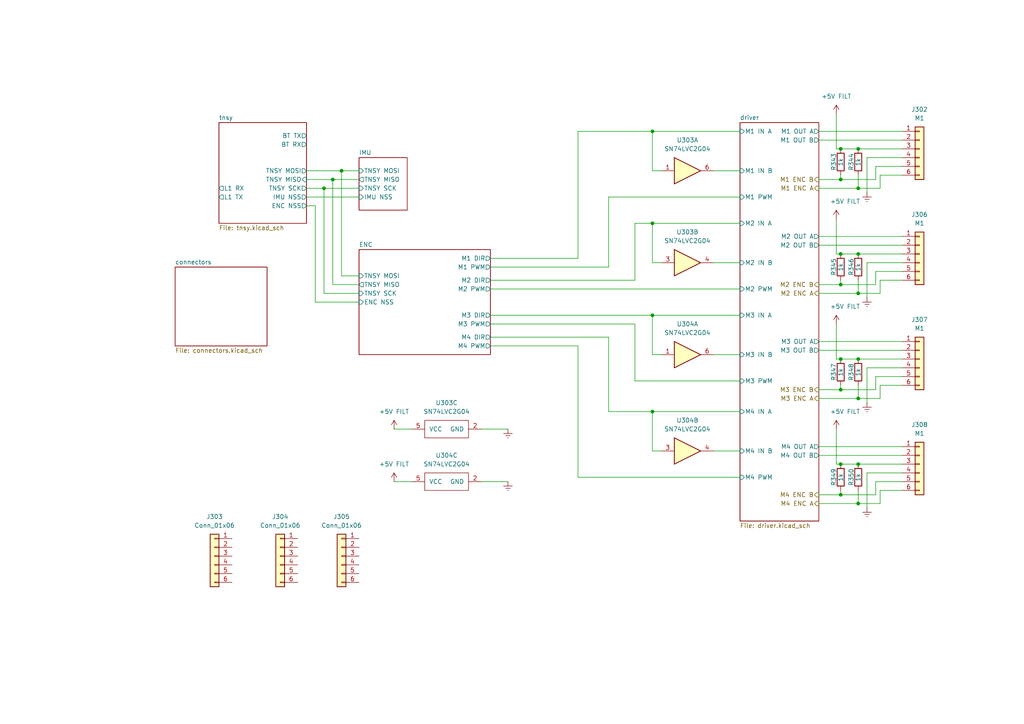
<source format=kicad_sch>
(kicad_sch (version 20231120) (generator "eeschema") (generator_version "8.0")
  (paper "A4")
  (lib_symbols
    (symbol "Connector_Generic:Conn_01x06" (pin_names (offset 1.016) hide)
      (property "Reference" "J" (at 0 7.62 0))
      (property "Value" "Conn_01x06" (at 0 -10.16 0))
      (symbol "Conn_01x06_1_1"
        (rectangle (start -1.27 -7.493) (end 0 -7.747) (stroke (width 0.1524)))
        (rectangle (start -1.27 -4.953) (end 0 -5.207) (stroke (width 0.1524)))
        (rectangle (start -1.27 -2.413) (end 0 -2.667) (stroke (width 0.1524)))
        (rectangle (start -1.27 0.127) (end 0 -0.127) (stroke (width 0.1524)))
        (rectangle (start -1.27 2.667) (end 0 2.413) (stroke (width 0.1524)))
        (rectangle (start -1.27 5.207) (end 0 4.953) (stroke (width 0.1524)))
        (rectangle (start -1.27 6.35) (end 1.27 -8.89) (stroke (width 0.254)) (fill (type background)))
        (pin passive line (at -5.08 5.08 0) (length 3.81) (name "Pin_1") (number "1"))
        (pin passive line (at -5.08 2.54 0) (length 3.81) (name "Pin_2") (number "2"))
        (pin passive line (at -5.08 0 0) (length 3.81) (name "Pin_3") (number "3"))
        (pin passive line (at -5.08 -2.54 0) (length 3.81) (name "Pin_4") (number "4"))
        (pin passive line (at -5.08 -5.08 0) (length 3.81) (name "Pin_5") (number "5"))
        (pin passive line (at -5.08 -7.62 0) (length 3.81) (name "Pin_6") (number "6"))
      )
    )
    (symbol "Device:R" (pin_numbers hide) (pin_names (offset 0))
      (property "Reference" "R" (at 2.032 0 90))
      (property "Value" "R" (at 0 0 90))
      (symbol "R_0_1"
        (rectangle (start -1.016 -2.54) (end 1.016 2.54) (stroke (width 0.254)))
      )
      (symbol "R_1_1"
        (pin passive line (at 0 3.81 270) (length 1.27) (name "~") (number "1"))
        (pin passive line (at 0 -3.81 90) (length 1.27) (name "~") (number "2"))
      )
    )
    (symbol "power:+5V" (power) (pin_numbers hide) (pin_names (offset 0) hide)
      (property "Value" "+5V" (at 0 3.556 0))
      (symbol "+5V_0_1"
        (polyline (pts (xy -0.762 1.27) (xy 0 2.54)))
        (polyline (pts (xy 0 0) (xy 0 2.54)))
        (polyline (pts (xy 0 2.54) (xy 0.762 1.27)))
      )
      (symbol "+5V_1_1"
        (pin power_in line (at 0 0 90) (length 0) (name "~") (number "1"))
      )
    )
    (symbol "power:GNDREF" (power) (pin_numbers hide) (pin_names (offset 0) hide)
      (property "Value" "GNDREF" (at 0 -3.81 0))
      (symbol "GNDREF_0_1"
        (polyline (pts (xy -0.635 -1.905) (xy 0.635 -1.905)))
        (polyline (pts (xy -0.127 -2.54) (xy 0.127 -2.54)))
        (polyline (pts (xy 0 -1.27) (xy 0 0)))
        (polyline (pts (xy 1.27 -1.27) (xy -1.27 -1.27)))
      )
      (symbol "GNDREF_1_1"
        (pin power_in line (at 0 0 270) (length 0) (name "~") (number "1"))
      )
    )
    (symbol "vincent:SN74LVC2G04" (pin_names (offset 1.27))
      (property "Reference" "U" (at 0 5.588 0))
      (property "Value" "SN74LVC2G04" (at 0 3.556 0))
      (symbol "SN74LVC2G04_1_0"
        (polyline (pts (xy -2.54 3.81) (xy -2.54 -3.81) (xy 5.08 0) (xy -2.54 3.81)) (stroke (width 0.254)) (fill (type background)))
        (pin input line (at -6.35 0 0) (length 3.81) (name "~") (number "1"))
        (pin open_collector line (at 8.89 0 180) (length 3.81) (name "~") (number "6"))
      )
      (symbol "SN74LVC2G04_2_0"
        (polyline (pts (xy -2.54 3.81) (xy -2.54 -3.81) (xy 5.08 0) (xy -2.54 3.81)) (stroke (width 0.254)) (fill (type background)))
        (pin input line (at -6.35 0 0) (length 3.81) (name "~") (number "3"))
        (pin open_collector line (at 8.89 0 180) (length 3.81) (name "~") (number "4"))
      )
      (symbol "SN74LVC2G04_3_0"
        (pin power_in line (at 10.16 0 180) (length 3.81) (name "GND") (number "2"))
        (pin power_in line (at -10.16 0 0) (length 3.81) (name "VCC") (number "5"))
      )
      (symbol "SN74LVC2G04_3_1"
        (rectangle (start -6.35 2.54) (end 6.35 -2.54))
      )
    )
  )
  (junction (at 248.92 104.14))
  (junction (at 243.84 134.62))
  (junction (at 189.23 119.38))
  (junction (at 248.92 146.05))
  (junction (at 248.92 134.62))
  (junction (at 243.84 82.55))
  (junction (at 248.92 43.18))
  (junction (at 248.92 54.61))
  (junction (at 243.84 104.14))
  (junction (at 248.92 115.57))
  (junction (at 189.23 64.77))
  (junction (at 93.98 54.61))
  (junction (at 189.23 91.44))
  (junction (at 243.84 73.66))
  (junction (at 243.84 113.03))
  (junction (at 248.92 73.66))
  (junction (at 248.92 85.09))
  (junction (at 96.52 52.07))
  (junction (at 243.84 143.51))
  (junction (at 243.84 43.18))
  (junction (at 243.84 52.07))
  (junction (at 99.06 49.53))
  (junction (at 189.23 38.1))
  (wire (pts (xy 243.84 143.51) (xy 254 143.51)))
  (wire (pts (xy 248.92 115.57) (xy 255.27 115.57)))
  (wire (pts (xy 104.14 85.09) (xy 93.98 85.09)))
  (wire (pts (xy 255.27 81.28) (xy 261.62 81.28)))
  (wire (pts (xy 184.15 81.28) (xy 142.24 81.28)))
  (wire (pts (xy 207.01 76.2) (xy 214.63 76.2)))
  (wire (pts (xy 237.49 113.03) (xy 243.84 113.03)))
  (wire (pts (xy 184.15 110.49) (xy 184.15 93.98)))
  (wire (pts (xy 254 48.26) (xy 261.62 48.26)))
  (wire (pts (xy 248.92 43.18) (xy 243.84 43.18)))
  (wire (pts (xy 176.53 57.15) (xy 214.63 57.15)))
  (wire (pts (xy 147.32 124.46) (xy 139.7 124.46)))
  (wire (pts (xy 184.15 64.77) (xy 184.15 81.28)))
  (wire (pts (xy 248.92 50.8) (xy 248.92 54.61)))
  (wire (pts (xy 254 82.55) (xy 254 78.74)))
  (wire (pts (xy 96.52 52.07) (xy 104.14 52.07)))
  (wire (pts (xy 243.84 52.07) (xy 254 52.07)))
  (wire (pts (xy 114.3 124.46) (xy 119.38 124.46)))
  (wire (pts (xy 248.92 134.62) (xy 243.84 134.62)))
  (wire (pts (xy 248.92 111.76) (xy 248.92 115.57)))
  (wire (pts (xy 237.49 82.55) (xy 243.84 82.55)))
  (wire (pts (xy 189.23 119.38) (xy 176.53 119.38)))
  (wire (pts (xy 176.53 57.15) (xy 176.53 77.47)))
  (wire (pts (xy 104.14 80.01) (xy 99.06 80.01)))
  (wire (pts (xy 184.15 93.98) (xy 142.24 93.98)))
  (wire (pts (xy 243.84 50.8) (xy 243.84 52.07)))
  (wire (pts (xy 248.92 81.28) (xy 248.92 85.09)))
  (wire (pts (xy 189.23 119.38) (xy 214.63 119.38)))
  (wire (pts (xy 248.92 104.14) (xy 243.84 104.14)))
  (wire (pts (xy 142.24 74.93) (xy 167.64 74.93)))
  (wire (pts (xy 243.84 73.66) (xy 242.57 73.66)))
  (wire (pts (xy 255.27 85.09) (xy 255.27 81.28)))
  (wire (pts (xy 88.9 52.07) (xy 96.52 52.07)))
  (wire (pts (xy 93.98 85.09) (xy 93.98 54.61)))
  (wire (pts (xy 176.53 97.79) (xy 142.24 97.79)))
  (wire (pts (xy 255.27 111.76) (xy 261.62 111.76)))
  (wire (pts (xy 248.92 146.05) (xy 255.27 146.05)))
  (wire (pts (xy 243.84 82.55) (xy 254 82.55)))
  (wire (pts (xy 255.27 50.8) (xy 261.62 50.8)))
  (wire (pts (xy 114.3 139.7) (xy 119.38 139.7)))
  (wire (pts (xy 251.46 55.88) (xy 251.46 45.72)))
  (wire (pts (xy 191.77 49.53) (xy 189.23 49.53)))
  (wire (pts (xy 167.64 138.43) (xy 214.63 138.43)))
  (wire (pts (xy 242.57 93.98) (xy 242.57 104.14)))
  (wire (pts (xy 104.14 82.55) (xy 96.52 82.55)))
  (wire (pts (xy 255.27 54.61) (xy 255.27 50.8)))
  (wire (pts (xy 261.62 129.54) (xy 237.49 129.54)))
  (wire (pts (xy 189.23 130.81) (xy 189.23 119.38)))
  (wire (pts (xy 189.23 49.53) (xy 189.23 38.1)))
  (wire (pts (xy 189.23 38.1) (xy 214.63 38.1)))
  (wire (pts (xy 243.84 43.18) (xy 242.57 43.18)))
  (wire (pts (xy 237.49 115.57) (xy 248.92 115.57)))
  (wire (pts (xy 261.62 132.08) (xy 237.49 132.08)))
  (wire (pts (xy 207.01 130.81) (xy 214.63 130.81)))
  (wire (pts (xy 191.77 102.87) (xy 189.23 102.87)))
  (wire (pts (xy 243.84 111.76) (xy 243.84 113.03)))
  (wire (pts (xy 167.64 74.93) (xy 167.64 38.1)))
  (wire (pts (xy 167.64 38.1) (xy 189.23 38.1)))
  (wire (pts (xy 261.62 104.14) (xy 248.92 104.14)))
  (wire (pts (xy 167.64 100.33) (xy 167.64 138.43)))
  (wire (pts (xy 237.49 71.12) (xy 261.62 71.12)))
  (wire (pts (xy 248.92 142.24) (xy 248.92 146.05)))
  (wire (pts (xy 261.62 106.68) (xy 251.46 106.68)))
  (wire (pts (xy 147.32 139.7) (xy 139.7 139.7)))
  (wire (pts (xy 189.23 76.2) (xy 189.23 64.77)))
  (wire (pts (xy 237.49 54.61) (xy 248.92 54.61)))
  (wire (pts (xy 261.62 137.16) (xy 251.46 137.16)))
  (wire (pts (xy 207.01 49.53) (xy 214.63 49.53)))
  (wire (pts (xy 88.9 49.53) (xy 99.06 49.53)))
  (wire (pts (xy 255.27 146.05) (xy 255.27 142.24)))
  (wire (pts (xy 261.62 99.06) (xy 237.49 99.06)))
  (wire (pts (xy 242.57 63.5) (xy 242.57 73.66)))
  (wire (pts (xy 243.84 134.62) (xy 242.57 134.62)))
  (wire (pts (xy 254 139.7) (xy 261.62 139.7)))
  (wire (pts (xy 207.01 102.87) (xy 214.63 102.87)))
  (wire (pts (xy 176.53 77.47) (xy 142.24 77.47)))
  (wire (pts (xy 191.77 130.81) (xy 189.23 130.81)))
  (wire (pts (xy 251.46 116.84) (xy 251.46 106.68)))
  (wire (pts (xy 261.62 73.66) (xy 248.92 73.66)))
  (wire (pts (xy 184.15 110.49) (xy 214.63 110.49)))
  (wire (pts (xy 191.77 76.2) (xy 189.23 76.2)))
  (wire (pts (xy 243.84 81.28) (xy 243.84 82.55)))
  (wire (pts (xy 243.84 142.24) (xy 243.84 143.51)))
  (wire (pts (xy 176.53 119.38) (xy 176.53 97.79)))
  (wire (pts (xy 88.9 57.15) (xy 104.14 57.15)))
  (wire (pts (xy 189.23 91.44) (xy 214.63 91.44)))
  (wire (pts (xy 189.23 102.87) (xy 189.23 91.44)))
  (wire (pts (xy 261.62 43.18) (xy 248.92 43.18)))
  (wire (pts (xy 261.62 101.6) (xy 237.49 101.6)))
  (wire (pts (xy 248.92 85.09) (xy 255.27 85.09)))
  (wire (pts (xy 237.49 40.64) (xy 261.62 40.64)))
  (wire (pts (xy 189.23 64.77) (xy 214.63 64.77)))
  (wire (pts (xy 254 52.07) (xy 254 48.26)))
  (wire (pts (xy 261.62 45.72) (xy 251.46 45.72)))
  (wire (pts (xy 248.92 73.66) (xy 243.84 73.66)))
  (wire (pts (xy 254 109.22) (xy 261.62 109.22)))
  (wire (pts (xy 261.62 76.2) (xy 251.46 76.2)))
  (wire (pts (xy 254 143.51) (xy 254 139.7)))
  (wire (pts (xy 255.27 115.57) (xy 255.27 111.76)))
  (wire (pts (xy 91.44 59.69) (xy 91.44 87.63)))
  (wire (pts (xy 142.24 83.82) (xy 214.63 83.82)))
  (wire (pts (xy 91.44 87.63) (xy 104.14 87.63)))
  (wire (pts (xy 243.84 113.03) (xy 254 113.03)))
  (wire (pts (xy 254 78.74) (xy 261.62 78.74)))
  (wire (pts (xy 248.92 54.61) (xy 255.27 54.61)))
  (wire (pts (xy 99.06 49.53) (xy 104.14 49.53)))
  (wire (pts (xy 96.52 82.55) (xy 96.52 52.07)))
  (wire (pts (xy 261.62 134.62) (xy 248.92 134.62)))
  (wire (pts (xy 242.57 33.02) (xy 242.57 43.18)))
  (wire (pts (xy 237.49 38.1) (xy 261.62 38.1)))
  (wire (pts (xy 88.9 54.61) (xy 93.98 54.61)))
  (wire (pts (xy 99.06 80.01) (xy 99.06 49.53)))
  (wire (pts (xy 243.84 104.14) (xy 242.57 104.14)))
  (wire (pts (xy 237.49 143.51) (xy 243.84 143.51)))
  (wire (pts (xy 142.24 100.33) (xy 167.64 100.33)))
  (wire (pts (xy 237.49 68.58) (xy 261.62 68.58)))
  (wire (pts (xy 255.27 142.24) (xy 261.62 142.24)))
  (wire (pts (xy 237.49 146.05) (xy 248.92 146.05)))
  (wire (pts (xy 142.24 91.44) (xy 189.23 91.44)))
  (wire (pts (xy 242.57 124.46) (xy 242.57 134.62)))
  (wire (pts (xy 189.23 64.77) (xy 184.15 64.77)))
  (wire (pts (xy 93.98 54.61) (xy 104.14 54.61)))
  (wire (pts (xy 251.46 86.36) (xy 251.46 76.2)))
  (wire (pts (xy 251.46 147.32) (xy 251.46 137.16)))
  (wire (pts (xy 237.49 85.09) (xy 248.92 85.09)))
  (wire (pts (xy 254 113.03) (xy 254 109.22)))
  (wire (pts (xy 237.49 52.07) (xy 243.84 52.07)))
  (wire (pts (xy 88.9 59.69) (xy 91.44 59.69)))
  (hierarchical_label "M1 ENC A" (shape output) (at 237.49 54.61 180))
  (hierarchical_label "M2 ENC B" (shape output) (at 237.49 82.55 180))
  (hierarchical_label "M4 ENC A" (shape output) (at 237.49 146.05 180))
  (hierarchical_label "M1 ENC B" (shape output) (at 237.49 52.07 180))
  (hierarchical_label "M3 ENC B" (shape output) (at 237.49 113.03 180))
  (hierarchical_label "M3 ENC A" (shape output) (at 237.49 115.57 180))
  (hierarchical_label "M2 ENC A" (shape output) (at 237.49 85.09 180))
  (hierarchical_label "M4 ENC B" (shape output) (at 237.49 143.51 180))
  (symbol (lib_id "power:GNDREF") (at 147.32 124.46 0) (unit 1)
    (property "Reference" "#PWR0350" (effects (hide yes)))
    (property "Value" "GNDREF" (effects (hide yes)))
    (property "Description" "Power symbol creates a global label with name \"GNDREF\" , reference supply ground" (effects (hide yes)))
  )
  (symbol (lib_id "Device:R") (at 248.92 138.43 0) (unit 1)
    (property "Reference" "R350" (at 246.888 140.97 90) (effects (justify left)))
    (property "Value" "1k" (at 248.92 139.7 90) (effects (justify left)))
    (property "Footprint" "Library:res0603" (effects (hide yes)))
    (property "Description" "Resistor" (effects (hide yes)))
  )
  (symbol (lib_id "Device:R") (at 243.84 77.47 0) (unit 1)
    (property "Reference" "R345" (at 241.808 80.01 90) (effects (justify left)))
    (property "Value" "1k" (at 243.84 78.74 90) (effects (justify left)))
    (property "Footprint" "Library:res0603" (effects (hide yes)))
    (property "Description" "Resistor" (effects (hide yes)))
  )
  (symbol (lib_id "vincent:SN74LVC2G04") (at 198.12 130.81 0) (unit 2)
    (property "Reference" "U304" (at 199.39 121.92 0))
    (property "Value" "SN74LVC2G04" (at 199.39 124.46 0))
    (property "Footprint" "Library:SOT-23-6" (effects (hide yes)))
  )
  (symbol (lib_id "power:GNDREF") (at 251.46 86.36 0) (unit 1)
    (property "Reference" "#PWR0344" (effects (hide yes)))
    (property "Value" "GNDREF" (effects (hide yes)))
    (property "Description" "Power symbol creates a global label with name \"GNDREF\" , reference supply ground" (effects (hide yes)))
  )
  (symbol (lib_id "power:+5V") (at 114.3 124.46 0) (unit 1)
    (property "Reference" "#PWR0349" (effects (hide yes)))
    (property "Value" "+5V FILT" (at 114.3 119.38 0))
    (property "Description" "Power symbol creates a global label with name \"+5V\"" (effects (hide yes)))
  )
  (symbol (lib_id "vincent:SN74LVC2G04") (at 129.54 139.7 0) (unit 3)
    (property "Reference" "U304" (at 129.54 132.08 0))
    (property "Value" "SN74LVC2G04" (at 129.54 134.62 0))
    (property "Footprint" "Library:SOT-23-6" (effects (hide yes)))
  )
  (symbol (lib_id "Device:R") (at 243.84 138.43 0) (unit 1)
    (property "Reference" "R349" (at 241.808 140.97 90) (effects (justify left)))
    (property "Value" "1k" (at 243.84 139.7 90) (effects (justify left)))
    (property "Footprint" "Library:res0603" (effects (hide yes)))
    (property "Description" "Resistor" (effects (hide yes)))
  )
  (symbol (lib_id "power:GNDREF") (at 251.46 147.32 0) (unit 1)
    (property "Reference" "#PWR0348" (effects (hide yes)))
    (property "Value" "GNDREF" (effects (hide yes)))
    (property "Description" "Power symbol creates a global label with name \"GNDREF\" , reference supply ground" (effects (hide yes)))
  )
  (symbol (lib_id "Connector_Generic:Conn_01x06") (at 266.7 43.18 0) (unit 1)
    (property "Reference" "J302" (at 266.7 31.75 0))
    (property "Value" "M1" (at 266.7 34.29 0))
    (property "Footprint" "Connector_JST:JST_PH_B6B-PH-K_1x06_P2.00mm_Vertical" (effects (hide yes)))
    (property "Description" "Generic connector, single row, 01x06, script generated (kicad-library-utils/schlib/autogen/connector/)" (effects (hide yes)))
  )
  (symbol (lib_id "Device:R") (at 248.92 107.95 0) (unit 1)
    (property "Reference" "R348" (at 246.888 110.49 90) (effects (justify left)))
    (property "Value" "1k" (at 248.92 109.22 90) (effects (justify left)))
    (property "Footprint" "Library:res0603" (effects (hide yes)))
    (property "Description" "Resistor" (effects (hide yes)))
  )
  (symbol (lib_id "Connector_Generic:Conn_01x06") (at 266.7 134.62 0) (unit 1)
    (property "Reference" "J308" (at 266.7 123.19 0))
    (property "Value" "M1" (at 266.7 125.73 0))
    (property "Footprint" "Connector_JST:JST_PH_B6B-PH-K_1x06_P2.00mm_Vertical" (effects (hide yes)))
    (property "Description" "Generic connector, single row, 01x06, script generated (kicad-library-utils/schlib/autogen/connector/)" (effects (hide yes)))
  )
  (symbol (lib_id "power:GNDREF") (at 147.32 139.7 0) (unit 1)
    (property "Reference" "#PWR0352" (effects (hide yes)))
    (property "Value" "GNDREF" (effects (hide yes)))
    (property "Description" "Power symbol creates a global label with name \"GNDREF\" , reference supply ground" (effects (hide yes)))
  )
  (symbol (lib_id "Connector_Generic:Conn_01x06") (at 99.06 161.29 0) (mirror y) (unit 1)
    (property "Reference" "J305" (at 99.06 149.86 0))
    (property "Value" "Conn_01x06" (at 99.06 152.4 0))
    (property "Description" "Generic connector, single row, 01x06, script generated (kicad-library-utils/schlib/autogen/connector/)" (effects (hide yes)))
  )
  (symbol (lib_id "Device:R") (at 243.84 107.95 0) (unit 1)
    (property "Reference" "R347" (at 241.808 110.49 90) (effects (justify left)))
    (property "Value" "1k" (at 243.84 109.22 90) (effects (justify left)))
    (property "Footprint" "Library:res0603" (effects (hide yes)))
    (property "Description" "Resistor" (effects (hide yes)))
  )
  (symbol (lib_id "power:+5V") (at 242.57 33.02 0) (unit 1)
    (property "Reference" "#PWR0341" (effects (hide yes)))
    (property "Value" "+5V FILT" (at 242.57 27.94 0))
    (property "Description" "Power symbol creates a global label with name \"+5V\"" (effects (hide yes)))
  )
  (symbol (lib_id "Device:R") (at 248.92 77.47 0) (unit 1)
    (property "Reference" "R346" (at 246.888 80.01 90) (effects (justify left)))
    (property "Value" "1k" (at 248.92 78.74 90) (effects (justify left)))
    (property "Footprint" "Library:res0603" (effects (hide yes)))
    (property "Description" "Resistor" (effects (hide yes)))
  )
  (symbol (lib_id "Device:R") (at 243.84 46.99 0) (unit 1)
    (property "Reference" "R343" (at 241.808 49.53 90) (effects (justify left)))
    (property "Value" "1k" (at 243.84 48.26 90) (effects (justify left)))
    (property "Footprint" "Library:res0603" (effects (hide yes)))
    (property "Description" "Resistor" (effects (hide yes)))
  )
  (symbol (lib_id "vincent:SN74LVC2G04") (at 198.12 49.53 0) (unit 1)
    (property "Reference" "U303" (at 199.39 40.64 0))
    (property "Value" "SN74LVC2G04" (at 199.39 43.18 0))
    (property "Footprint" "Library:SOT-23-6" (effects (hide yes)))
  )
  (symbol (lib_id "power:+5V") (at 242.57 93.98 0) (unit 1)
    (property "Reference" "#PWR0345" (effects (hide yes)))
    (property "Value" "+5V FILT" (at 245.11 88.9 0))
    (property "Description" "Power symbol creates a global label with name \"+5V\"" (effects (hide yes)))
  )
  (symbol (lib_id "Connector_Generic:Conn_01x06") (at 266.7 73.66 0) (unit 1)
    (property "Reference" "J306" (at 266.7 62.23 0))
    (property "Value" "M1" (at 266.7 64.77 0))
    (property "Footprint" "Connector_JST:JST_PH_B6B-PH-K_1x06_P2.00mm_Vertical" (effects (hide yes)))
    (property "Description" "Generic connector, single row, 01x06, script generated (kicad-library-utils/schlib/autogen/connector/)" (effects (hide yes)))
  )
  (symbol (lib_id "Connector_Generic:Conn_01x06") (at 81.28 161.29 0) (mirror y) (unit 1)
    (property "Reference" "J304" (at 81.28 149.86 0))
    (property "Value" "Conn_01x06" (at 81.28 152.4 0))
    (property "Description" "Generic connector, single row, 01x06, script generated (kicad-library-utils/schlib/autogen/connector/)" (effects (hide yes)))
  )
  (symbol (lib_id "Connector_Generic:Conn_01x06") (at 62.23 161.29 0) (mirror y) (unit 1)
    (property "Reference" "J303" (at 62.23 149.86 0))
    (property "Value" "Conn_01x06" (at 62.23 152.4 0))
    (property "Description" "Generic connector, single row, 01x06, script generated (kicad-library-utils/schlib/autogen/connector/)" (effects (hide yes)))
  )
  (symbol (lib_id "Connector_Generic:Conn_01x06") (at 266.7 104.14 0) (unit 1)
    (property "Reference" "J307" (at 266.7 92.71 0))
    (property "Value" "M1" (at 266.7 95.25 0))
    (property "Footprint" "Connector_JST:JST_PH_B6B-PH-K_1x06_P2.00mm_Vertical" (effects (hide yes)))
    (property "Description" "Generic connector, single row, 01x06, script generated (kicad-library-utils/schlib/autogen/connector/)" (effects (hide yes)))
  )
  (symbol (lib_id "vincent:SN74LVC2G04") (at 129.54 124.46 0) (unit 3)
    (property "Reference" "U303" (at 129.54 116.84 0))
    (property "Value" "SN74LVC2G04" (at 129.54 119.38 0))
    (property "Footprint" "Library:SOT-23-6" (effects (hide yes)))
  )
  (symbol (lib_id "Device:R") (at 248.92 46.99 0) (unit 1)
    (property "Reference" "R344" (at 246.888 49.53 90) (effects (justify left)))
    (property "Value" "1k" (at 248.92 48.26 90) (effects (justify left)))
    (property "Footprint" "Library:res0603" (effects (hide yes)))
    (property "Description" "Resistor" (effects (hide yes)))
  )
  (symbol (lib_id "power:+5V") (at 242.57 63.5 0) (unit 1)
    (property "Reference" "#PWR0343" (effects (hide yes)))
    (property "Value" "+5V FILT" (at 245.11 58.42 0))
    (property "Description" "Power symbol creates a global label with name \"+5V\"" (effects (hide yes)))
  )
  (symbol (lib_id "power:GNDREF") (at 251.46 55.88 0) (unit 1)
    (property "Reference" "#PWR0342" (effects (hide yes)))
    (property "Value" "GNDREF" (effects (hide yes)))
    (property "Description" "Power symbol creates a global label with name \"GNDREF\" , reference supply ground" (effects (hide yes)))
  )
  (symbol (lib_id "power:+5V") (at 242.57 124.46 0) (unit 1)
    (property "Reference" "#PWR0347" (effects (hide yes)))
    (property "Value" "+5V FILT" (at 245.11 119.38 0))
    (property "Description" "Power symbol creates a global label with name \"+5V\"" (effects (hide yes)))
  )
  (symbol (lib_id "vincent:SN74LVC2G04") (at 198.12 76.2 0) (unit 2)
    (property "Reference" "U303" (at 199.39 67.31 0))
    (property "Value" "SN74LVC2G04" (at 199.39 69.85 0))
    (property "Footprint" "Library:SOT-23-6" (effects (hide yes)))
  )
  (symbol (lib_id "vincent:SN74LVC2G04") (at 198.12 102.87 0) (unit 1)
    (property "Reference" "U304" (at 199.39 93.98 0))
    (property "Value" "SN74LVC2G04" (at 199.39 96.52 0))
    (property "Footprint" "Library:SOT-23-6" (effects (hide yes)))
  )
  (symbol (lib_id "power:+5V") (at 114.3 139.7 0) (unit 1)
    (property "Reference" "#PWR0351" (effects (hide yes)))
    (property "Value" "+5V FILT" (at 114.3 134.62 0))
    (property "Description" "Power symbol creates a global label with name \"+5V\"" (effects (hide yes)))
  )
  (symbol (lib_id "power:GNDREF") (at 251.46 116.84 0) (unit 1)
    (property "Reference" "#PWR0346" (effects (hide yes)))
    (property "Value" "GNDREF" (effects (hide yes)))
    (property "Description" "Power symbol creates a global label with name \"GNDREF\" , reference supply ground" (effects (hide yes)))
  )
  (sheet (at 50.8 77.47) (size 26.67 22.86) (stroke (width 0.1524))
    (property "Sheetname" "connectors" (at 50.8 76.7584 0) (effects (justify left bottom)))
    (property "Sheetfile" "connectors.kicad_sch" (at 50.8 100.9146 0) (effects (justify left top)))
  )
  (sheet (at 104.14 45.72) (size 13.97 15.24) (stroke (width 0.1524))
    (property "Sheetname" "IMU" (at 104.14 45.0084 0) (effects (justify left bottom)))
    (property "Sheetfile" "imu.kicad_sch" (effects (hide yes)))
    (pin "TNSY MOSI" input (at 104.14 49.53 180))
    (pin "TNSY SCK" input (at 104.14 54.61 180))
    (pin "TNSY MISO" output (at 104.14 52.07 180))
    (pin "IMU NSS" input (at 104.14 57.15 180))
  )
  (sheet (at 214.63 35.56) (size 22.86 115.57) (stroke (width 0.1524))
    (property "Sheetname" "driver" (at 214.63 34.8484 0) (effects (justify left bottom)))
    (property "Sheetfile" "driver.kicad_sch" (at 214.63 151.7146 0) (effects (justify left top)))
    (pin "M1 IN A" input (at 214.63 38.1 180))
    (pin "M1 PWM" input (at 214.63 57.15 180))
    (pin "M1 IN B" input (at 214.63 49.53 180))
    (pin "M1 OUT B" output (at 237.49 40.64 0))
    (pin "M1 OUT A" output (at 237.49 38.1 0))
    (pin "M3 OUT A" output (at 237.49 99.06 0))
    (pin "M3 OUT B" output (at 237.49 101.6 0))
    (pin "M3 IN B" input (at 214.63 102.87 180))
    (pin "M3 IN A" input (at 214.63 91.44 180))
    (pin "M3 PWM" input (at 214.63 110.49 180))
    (pin "M4 IN B" input (at 214.63 130.81 180))
    (pin "M4 IN A" input (at 214.63 119.38 180))
    (pin "M4 PWM" input (at 214.63 138.43 180))
    (pin "M4 OUT B" output (at 237.49 132.08 0))
    (pin "M4 OUT A" output (at 237.49 129.54 0))
    (pin "M2 OUT B" output (at 237.49 71.12 0))
    (pin "M2 OUT A" output (at 237.49 68.58 0))
    (pin "M2 IN B" input (at 214.63 76.2 180))
    (pin "M2 IN A" input (at 214.63 64.77 180))
    (pin "M2 PWM" input (at 214.63 83.82 180))
  )
  (sheet (at 104.14 72.39) (size 38.1 30.48) (stroke (width 0.1524))
    (property "Sheetname" "ENC" (at 104.14 71.6784 0) (effects (justify left bottom)))
    (property "Sheetfile" "enc.kicad_sch" (effects (hide yes)))
    (pin "TNSY SCK" input (at 104.14 85.09 180))
    (pin "TNSY MISO" output (at 104.14 82.55 180))
    (pin "ENC NSS" input (at 104.14 87.63 180))
    (pin "TNSY MOSI" input (at 104.14 80.01 180))
    (pin "M2 DIR" output (at 142.24 81.28 0))
    (pin "M3 DIR" output (at 142.24 91.44 0))
    (pin "M2 PWM" output (at 142.24 83.82 0))
    (pin "M4 DIR" output (at 142.24 97.79 0))
    (pin "M3 PWM" output (at 142.24 93.98 0))
    (pin "M1 PWM" output (at 142.24 77.47 0))
    (pin "M4 PWM" output (at 142.24 100.33 0))
    (pin "M1 DIR" output (at 142.24 74.93 0))
  )
  (sheet (at 63.5 35.56) (size 25.4 29.21) (stroke (width 0.1524))
    (property "Sheetname" "tnsy" (at 63.5 34.8484 0) (effects (justify left bottom)))
    (property "Sheetfile" "tnsy.kicad_sch" (at 63.5 65.3546 0) (effects (justify left top)))
    (pin "TNSY SCK" output (at 88.9 54.61 0))
    (pin "TNSY MOSI" output (at 88.9 49.53 0))
    (pin "IMU NSS" output (at 88.9 57.15 0))
    (pin "TNSY MISO" input (at 88.9 52.07 0))
    (pin "ENC NSS" output (at 88.9 59.69 0))
    (pin "BT RX" output (at 88.9 41.91 0))
    (pin "BT TX" output (at 88.9 39.37 0))
    (pin "L1 TX" output (at 63.5 57.15 180))
    (pin "L1 RX" output (at 63.5 54.61 180))
  )
)
</source>
